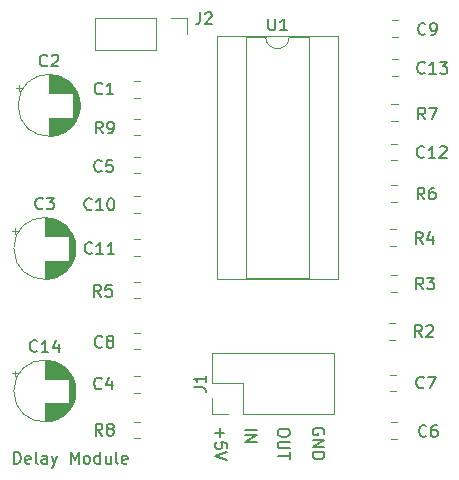
<source format=gto>
%TF.GenerationSoftware,KiCad,Pcbnew,(6.0.2)*%
%TF.CreationDate,2022-04-01T15:41:45-05:00*%
%TF.ProjectId,delayEffect,64656c61-7945-4666-9665-63742e6b6963,rev?*%
%TF.SameCoordinates,Original*%
%TF.FileFunction,Legend,Top*%
%TF.FilePolarity,Positive*%
%FSLAX46Y46*%
G04 Gerber Fmt 4.6, Leading zero omitted, Abs format (unit mm)*
G04 Created by KiCad (PCBNEW (6.0.2)) date 2022-04-01 15:41:45*
%MOMM*%
%LPD*%
G01*
G04 APERTURE LIST*
%ADD10C,0.150000*%
%ADD11C,0.120000*%
G04 APERTURE END LIST*
D10*
X110784285Y-100147380D02*
X110784285Y-99147380D01*
X111022380Y-99147380D01*
X111165238Y-99195000D01*
X111260476Y-99290238D01*
X111308095Y-99385476D01*
X111355714Y-99575952D01*
X111355714Y-99718809D01*
X111308095Y-99909285D01*
X111260476Y-100004523D01*
X111165238Y-100099761D01*
X111022380Y-100147380D01*
X110784285Y-100147380D01*
X112165238Y-100099761D02*
X112070000Y-100147380D01*
X111879523Y-100147380D01*
X111784285Y-100099761D01*
X111736666Y-100004523D01*
X111736666Y-99623571D01*
X111784285Y-99528333D01*
X111879523Y-99480714D01*
X112070000Y-99480714D01*
X112165238Y-99528333D01*
X112212857Y-99623571D01*
X112212857Y-99718809D01*
X111736666Y-99814047D01*
X112784285Y-100147380D02*
X112689047Y-100099761D01*
X112641428Y-100004523D01*
X112641428Y-99147380D01*
X113593809Y-100147380D02*
X113593809Y-99623571D01*
X113546190Y-99528333D01*
X113450952Y-99480714D01*
X113260476Y-99480714D01*
X113165238Y-99528333D01*
X113593809Y-100099761D02*
X113498571Y-100147380D01*
X113260476Y-100147380D01*
X113165238Y-100099761D01*
X113117619Y-100004523D01*
X113117619Y-99909285D01*
X113165238Y-99814047D01*
X113260476Y-99766428D01*
X113498571Y-99766428D01*
X113593809Y-99718809D01*
X113974761Y-99480714D02*
X114212857Y-100147380D01*
X114450952Y-99480714D02*
X114212857Y-100147380D01*
X114117619Y-100385476D01*
X114070000Y-100433095D01*
X113974761Y-100480714D01*
X115593809Y-100147380D02*
X115593809Y-99147380D01*
X115927142Y-99861666D01*
X116260476Y-99147380D01*
X116260476Y-100147380D01*
X116879523Y-100147380D02*
X116784285Y-100099761D01*
X116736666Y-100052142D01*
X116689047Y-99956904D01*
X116689047Y-99671190D01*
X116736666Y-99575952D01*
X116784285Y-99528333D01*
X116879523Y-99480714D01*
X117022380Y-99480714D01*
X117117619Y-99528333D01*
X117165238Y-99575952D01*
X117212857Y-99671190D01*
X117212857Y-99956904D01*
X117165238Y-100052142D01*
X117117619Y-100099761D01*
X117022380Y-100147380D01*
X116879523Y-100147380D01*
X118070000Y-100147380D02*
X118070000Y-99147380D01*
X118070000Y-100099761D02*
X117974761Y-100147380D01*
X117784285Y-100147380D01*
X117689047Y-100099761D01*
X117641428Y-100052142D01*
X117593809Y-99956904D01*
X117593809Y-99671190D01*
X117641428Y-99575952D01*
X117689047Y-99528333D01*
X117784285Y-99480714D01*
X117974761Y-99480714D01*
X118070000Y-99528333D01*
X118974761Y-99480714D02*
X118974761Y-100147380D01*
X118546190Y-99480714D02*
X118546190Y-100004523D01*
X118593809Y-100099761D01*
X118689047Y-100147380D01*
X118831904Y-100147380D01*
X118927142Y-100099761D01*
X118974761Y-100052142D01*
X119593809Y-100147380D02*
X119498571Y-100099761D01*
X119450952Y-100004523D01*
X119450952Y-99147380D01*
X120355714Y-100099761D02*
X120260476Y-100147380D01*
X120070000Y-100147380D01*
X119974761Y-100099761D01*
X119927142Y-100004523D01*
X119927142Y-99623571D01*
X119974761Y-99528333D01*
X120070000Y-99480714D01*
X120260476Y-99480714D01*
X120355714Y-99528333D01*
X120403333Y-99623571D01*
X120403333Y-99718809D01*
X119927142Y-99814047D01*
X137025000Y-97663095D02*
X137072619Y-97567857D01*
X137072619Y-97425000D01*
X137025000Y-97282142D01*
X136929761Y-97186904D01*
X136834523Y-97139285D01*
X136644047Y-97091666D01*
X136501190Y-97091666D01*
X136310714Y-97139285D01*
X136215476Y-97186904D01*
X136120238Y-97282142D01*
X136072619Y-97425000D01*
X136072619Y-97520238D01*
X136120238Y-97663095D01*
X136167857Y-97710714D01*
X136501190Y-97710714D01*
X136501190Y-97520238D01*
X136072619Y-98139285D02*
X137072619Y-98139285D01*
X136072619Y-98710714D01*
X137072619Y-98710714D01*
X136072619Y-99186904D02*
X137072619Y-99186904D01*
X137072619Y-99425000D01*
X137025000Y-99567857D01*
X136929761Y-99663095D01*
X136834523Y-99710714D01*
X136644047Y-99758333D01*
X136501190Y-99758333D01*
X136310714Y-99710714D01*
X136215476Y-99663095D01*
X136120238Y-99567857D01*
X136072619Y-99425000D01*
X136072619Y-99186904D01*
X134126219Y-97425000D02*
X134126219Y-97615476D01*
X134078600Y-97710714D01*
X133983361Y-97805952D01*
X133792885Y-97853571D01*
X133459552Y-97853571D01*
X133269076Y-97805952D01*
X133173838Y-97710714D01*
X133126219Y-97615476D01*
X133126219Y-97425000D01*
X133173838Y-97329761D01*
X133269076Y-97234523D01*
X133459552Y-97186904D01*
X133792885Y-97186904D01*
X133983361Y-97234523D01*
X134078600Y-97329761D01*
X134126219Y-97425000D01*
X134126219Y-98282142D02*
X133316695Y-98282142D01*
X133221457Y-98329761D01*
X133173838Y-98377380D01*
X133126219Y-98472619D01*
X133126219Y-98663095D01*
X133173838Y-98758333D01*
X133221457Y-98805952D01*
X133316695Y-98853571D01*
X134126219Y-98853571D01*
X134126219Y-99186904D02*
X134126219Y-99758333D01*
X133126219Y-99472619D02*
X134126219Y-99472619D01*
X130357619Y-97266190D02*
X131357619Y-97266190D01*
X130357619Y-97742380D02*
X131357619Y-97742380D01*
X130357619Y-98313809D01*
X131357619Y-98313809D01*
X128198571Y-97139285D02*
X128198571Y-97901190D01*
X127817619Y-97520238D02*
X128579523Y-97520238D01*
X128817619Y-98853571D02*
X128817619Y-98377380D01*
X128341428Y-98329761D01*
X128389047Y-98377380D01*
X128436666Y-98472619D01*
X128436666Y-98710714D01*
X128389047Y-98805952D01*
X128341428Y-98853571D01*
X128246190Y-98901190D01*
X128008095Y-98901190D01*
X127912857Y-98853571D01*
X127865238Y-98805952D01*
X127817619Y-98710714D01*
X127817619Y-98472619D01*
X127865238Y-98377380D01*
X127912857Y-98329761D01*
X128817619Y-99186904D02*
X127817619Y-99520238D01*
X128817619Y-99853571D01*
%TO.C,J1*%
X126027380Y-93678333D02*
X126741666Y-93678333D01*
X126884523Y-93725952D01*
X126979761Y-93821190D01*
X127027380Y-93964047D01*
X127027380Y-94059285D01*
X127027380Y-92678333D02*
X127027380Y-93249761D01*
X127027380Y-92964047D02*
X126027380Y-92964047D01*
X126170238Y-93059285D01*
X126265476Y-93154523D01*
X126313095Y-93249761D01*
%TO.C,C1*%
X118250433Y-68784742D02*
X118202814Y-68832361D01*
X118059957Y-68879980D01*
X117964719Y-68879980D01*
X117821861Y-68832361D01*
X117726623Y-68737123D01*
X117679004Y-68641885D01*
X117631385Y-68451409D01*
X117631385Y-68308552D01*
X117679004Y-68118076D01*
X117726623Y-68022838D01*
X117821861Y-67927600D01*
X117964719Y-67879980D01*
X118059957Y-67879980D01*
X118202814Y-67927600D01*
X118250433Y-67975219D01*
X119202814Y-68879980D02*
X118631385Y-68879980D01*
X118917100Y-68879980D02*
X118917100Y-67879980D01*
X118821861Y-68022838D01*
X118726623Y-68118076D01*
X118631385Y-68165695D01*
%TO.C,C2*%
X113590533Y-66406342D02*
X113542914Y-66453961D01*
X113400057Y-66501580D01*
X113304819Y-66501580D01*
X113161961Y-66453961D01*
X113066723Y-66358723D01*
X113019104Y-66263485D01*
X112971485Y-66073009D01*
X112971485Y-65930152D01*
X113019104Y-65739676D01*
X113066723Y-65644438D01*
X113161961Y-65549200D01*
X113304819Y-65501580D01*
X113400057Y-65501580D01*
X113542914Y-65549200D01*
X113590533Y-65596819D01*
X113971485Y-65596819D02*
X114019104Y-65549200D01*
X114114342Y-65501580D01*
X114352438Y-65501580D01*
X114447676Y-65549200D01*
X114495295Y-65596819D01*
X114542914Y-65692057D01*
X114542914Y-65787295D01*
X114495295Y-65930152D01*
X113923866Y-66501580D01*
X114542914Y-66501580D01*
%TO.C,C3*%
X113228333Y-78522142D02*
X113180714Y-78569761D01*
X113037857Y-78617380D01*
X112942619Y-78617380D01*
X112799761Y-78569761D01*
X112704523Y-78474523D01*
X112656904Y-78379285D01*
X112609285Y-78188809D01*
X112609285Y-78045952D01*
X112656904Y-77855476D01*
X112704523Y-77760238D01*
X112799761Y-77665000D01*
X112942619Y-77617380D01*
X113037857Y-77617380D01*
X113180714Y-77665000D01*
X113228333Y-77712619D01*
X113561666Y-77617380D02*
X114180714Y-77617380D01*
X113847380Y-77998333D01*
X113990238Y-77998333D01*
X114085476Y-78045952D01*
X114133095Y-78093571D01*
X114180714Y-78188809D01*
X114180714Y-78426904D01*
X114133095Y-78522142D01*
X114085476Y-78569761D01*
X113990238Y-78617380D01*
X113704523Y-78617380D01*
X113609285Y-78569761D01*
X113561666Y-78522142D01*
%TO.C,C4*%
X118199633Y-93752942D02*
X118152014Y-93800561D01*
X118009157Y-93848180D01*
X117913919Y-93848180D01*
X117771061Y-93800561D01*
X117675823Y-93705323D01*
X117628204Y-93610085D01*
X117580585Y-93419609D01*
X117580585Y-93276752D01*
X117628204Y-93086276D01*
X117675823Y-92991038D01*
X117771061Y-92895800D01*
X117913919Y-92848180D01*
X118009157Y-92848180D01*
X118152014Y-92895800D01*
X118199633Y-92943419D01*
X119056776Y-93181514D02*
X119056776Y-93848180D01*
X118818680Y-92800561D02*
X118580585Y-93514847D01*
X119199633Y-93514847D01*
%TO.C,C5*%
X118201332Y-75353541D02*
X118153713Y-75401160D01*
X118010856Y-75448779D01*
X117915618Y-75448779D01*
X117772760Y-75401160D01*
X117677522Y-75305922D01*
X117629903Y-75210684D01*
X117582284Y-75020208D01*
X117582284Y-74877351D01*
X117629903Y-74686875D01*
X117677522Y-74591637D01*
X117772760Y-74496399D01*
X117915618Y-74448779D01*
X118010856Y-74448779D01*
X118153713Y-74496399D01*
X118201332Y-74544018D01*
X119106094Y-74448779D02*
X118629903Y-74448779D01*
X118582284Y-74924970D01*
X118629903Y-74877351D01*
X118725141Y-74829732D01*
X118963237Y-74829732D01*
X119058475Y-74877351D01*
X119106094Y-74924970D01*
X119153713Y-75020208D01*
X119153713Y-75258303D01*
X119106094Y-75353541D01*
X119058475Y-75401160D01*
X118963237Y-75448779D01*
X118725141Y-75448779D01*
X118629903Y-75401160D01*
X118582284Y-75353541D01*
%TO.C,C6*%
X145705533Y-97791542D02*
X145657914Y-97839161D01*
X145515057Y-97886780D01*
X145419819Y-97886780D01*
X145276961Y-97839161D01*
X145181723Y-97743923D01*
X145134104Y-97648685D01*
X145086485Y-97458209D01*
X145086485Y-97315352D01*
X145134104Y-97124876D01*
X145181723Y-97029638D01*
X145276961Y-96934400D01*
X145419819Y-96886780D01*
X145515057Y-96886780D01*
X145657914Y-96934400D01*
X145705533Y-96982019D01*
X146562676Y-96886780D02*
X146372200Y-96886780D01*
X146276961Y-96934400D01*
X146229342Y-96982019D01*
X146134104Y-97124876D01*
X146086485Y-97315352D01*
X146086485Y-97696304D01*
X146134104Y-97791542D01*
X146181723Y-97839161D01*
X146276961Y-97886780D01*
X146467438Y-97886780D01*
X146562676Y-97839161D01*
X146610295Y-97791542D01*
X146657914Y-97696304D01*
X146657914Y-97458209D01*
X146610295Y-97362971D01*
X146562676Y-97315352D01*
X146467438Y-97267733D01*
X146276961Y-97267733D01*
X146181723Y-97315352D01*
X146134104Y-97362971D01*
X146086485Y-97458209D01*
%TO.C,C7*%
X145476933Y-93676742D02*
X145429314Y-93724361D01*
X145286457Y-93771980D01*
X145191219Y-93771980D01*
X145048361Y-93724361D01*
X144953123Y-93629123D01*
X144905504Y-93533885D01*
X144857885Y-93343409D01*
X144857885Y-93200552D01*
X144905504Y-93010076D01*
X144953123Y-92914838D01*
X145048361Y-92819600D01*
X145191219Y-92771980D01*
X145286457Y-92771980D01*
X145429314Y-92819600D01*
X145476933Y-92867219D01*
X145810266Y-92771980D02*
X146476933Y-92771980D01*
X146048361Y-93771980D01*
%TO.C,C8*%
X118250433Y-90222342D02*
X118202814Y-90269961D01*
X118059957Y-90317580D01*
X117964719Y-90317580D01*
X117821861Y-90269961D01*
X117726623Y-90174723D01*
X117679004Y-90079485D01*
X117631385Y-89889009D01*
X117631385Y-89746152D01*
X117679004Y-89555676D01*
X117726623Y-89460438D01*
X117821861Y-89365200D01*
X117964719Y-89317580D01*
X118059957Y-89317580D01*
X118202814Y-89365200D01*
X118250433Y-89412819D01*
X118821861Y-89746152D02*
X118726623Y-89698533D01*
X118679004Y-89650914D01*
X118631385Y-89555676D01*
X118631385Y-89508057D01*
X118679004Y-89412819D01*
X118726623Y-89365200D01*
X118821861Y-89317580D01*
X119012338Y-89317580D01*
X119107576Y-89365200D01*
X119155195Y-89412819D01*
X119202814Y-89508057D01*
X119202814Y-89555676D01*
X119155195Y-89650914D01*
X119107576Y-89698533D01*
X119012338Y-89746152D01*
X118821861Y-89746152D01*
X118726623Y-89793771D01*
X118679004Y-89841390D01*
X118631385Y-89936628D01*
X118631385Y-90127104D01*
X118679004Y-90222342D01*
X118726623Y-90269961D01*
X118821861Y-90317580D01*
X119012338Y-90317580D01*
X119107576Y-90269961D01*
X119155195Y-90222342D01*
X119202814Y-90127104D01*
X119202814Y-89936628D01*
X119155195Y-89841390D01*
X119107576Y-89793771D01*
X119012338Y-89746152D01*
%TO.C,C9*%
X145629333Y-63755542D02*
X145581714Y-63803161D01*
X145438857Y-63850780D01*
X145343619Y-63850780D01*
X145200761Y-63803161D01*
X145105523Y-63707923D01*
X145057904Y-63612685D01*
X145010285Y-63422209D01*
X145010285Y-63279352D01*
X145057904Y-63088876D01*
X145105523Y-62993638D01*
X145200761Y-62898400D01*
X145343619Y-62850780D01*
X145438857Y-62850780D01*
X145581714Y-62898400D01*
X145629333Y-62946019D01*
X146105523Y-63850780D02*
X146296000Y-63850780D01*
X146391238Y-63803161D01*
X146438857Y-63755542D01*
X146534095Y-63612685D01*
X146581714Y-63422209D01*
X146581714Y-63041257D01*
X146534095Y-62946019D01*
X146486476Y-62898400D01*
X146391238Y-62850780D01*
X146200761Y-62850780D01*
X146105523Y-62898400D01*
X146057904Y-62946019D01*
X146010285Y-63041257D01*
X146010285Y-63279352D01*
X146057904Y-63374590D01*
X146105523Y-63422209D01*
X146200761Y-63469828D01*
X146391238Y-63469828D01*
X146486476Y-63422209D01*
X146534095Y-63374590D01*
X146581714Y-63279352D01*
%TO.C,C10*%
X117369541Y-78575741D02*
X117321922Y-78623360D01*
X117179065Y-78670979D01*
X117083827Y-78670979D01*
X116940970Y-78623360D01*
X116845732Y-78528122D01*
X116798113Y-78432884D01*
X116750494Y-78242408D01*
X116750494Y-78099551D01*
X116798113Y-77909075D01*
X116845732Y-77813837D01*
X116940970Y-77718599D01*
X117083827Y-77670979D01*
X117179065Y-77670979D01*
X117321922Y-77718599D01*
X117369541Y-77766218D01*
X118321922Y-78670979D02*
X117750494Y-78670979D01*
X118036208Y-78670979D02*
X118036208Y-77670979D01*
X117940970Y-77813837D01*
X117845732Y-77909075D01*
X117750494Y-77956694D01*
X118940970Y-77670979D02*
X119036208Y-77670979D01*
X119131446Y-77718599D01*
X119179065Y-77766218D01*
X119226684Y-77861456D01*
X119274303Y-78051932D01*
X119274303Y-78290027D01*
X119226684Y-78480503D01*
X119179065Y-78575741D01*
X119131446Y-78623360D01*
X119036208Y-78670979D01*
X118940970Y-78670979D01*
X118845732Y-78623360D01*
X118798113Y-78575741D01*
X118750494Y-78480503D01*
X118702875Y-78290027D01*
X118702875Y-78051932D01*
X118750494Y-77861456D01*
X118798113Y-77766218D01*
X118845732Y-77718599D01*
X118940970Y-77670979D01*
%TO.C,C11*%
X117390942Y-82297542D02*
X117343323Y-82345161D01*
X117200466Y-82392780D01*
X117105228Y-82392780D01*
X116962371Y-82345161D01*
X116867133Y-82249923D01*
X116819514Y-82154685D01*
X116771895Y-81964209D01*
X116771895Y-81821352D01*
X116819514Y-81630876D01*
X116867133Y-81535638D01*
X116962371Y-81440400D01*
X117105228Y-81392780D01*
X117200466Y-81392780D01*
X117343323Y-81440400D01*
X117390942Y-81488019D01*
X118343323Y-82392780D02*
X117771895Y-82392780D01*
X118057609Y-82392780D02*
X118057609Y-81392780D01*
X117962371Y-81535638D01*
X117867133Y-81630876D01*
X117771895Y-81678495D01*
X119295704Y-82392780D02*
X118724276Y-82392780D01*
X119009990Y-82392780D02*
X119009990Y-81392780D01*
X118914752Y-81535638D01*
X118819514Y-81630876D01*
X118724276Y-81678495D01*
%TO.C,C12*%
X145511042Y-74169542D02*
X145463423Y-74217161D01*
X145320566Y-74264780D01*
X145225328Y-74264780D01*
X145082471Y-74217161D01*
X144987233Y-74121923D01*
X144939614Y-74026685D01*
X144891995Y-73836209D01*
X144891995Y-73693352D01*
X144939614Y-73502876D01*
X144987233Y-73407638D01*
X145082471Y-73312400D01*
X145225328Y-73264780D01*
X145320566Y-73264780D01*
X145463423Y-73312400D01*
X145511042Y-73360019D01*
X146463423Y-74264780D02*
X145891995Y-74264780D01*
X146177709Y-74264780D02*
X146177709Y-73264780D01*
X146082471Y-73407638D01*
X145987233Y-73502876D01*
X145891995Y-73550495D01*
X146844376Y-73360019D02*
X146891995Y-73312400D01*
X146987233Y-73264780D01*
X147225328Y-73264780D01*
X147320566Y-73312400D01*
X147368185Y-73360019D01*
X147415804Y-73455257D01*
X147415804Y-73550495D01*
X147368185Y-73693352D01*
X146796757Y-74264780D01*
X147415804Y-74264780D01*
%TO.C,C13*%
X145559542Y-67032142D02*
X145511923Y-67079761D01*
X145369066Y-67127380D01*
X145273828Y-67127380D01*
X145130971Y-67079761D01*
X145035733Y-66984523D01*
X144988114Y-66889285D01*
X144940495Y-66698809D01*
X144940495Y-66555952D01*
X144988114Y-66365476D01*
X145035733Y-66270238D01*
X145130971Y-66175000D01*
X145273828Y-66127380D01*
X145369066Y-66127380D01*
X145511923Y-66175000D01*
X145559542Y-66222619D01*
X146511923Y-67127380D02*
X145940495Y-67127380D01*
X146226209Y-67127380D02*
X146226209Y-66127380D01*
X146130971Y-66270238D01*
X146035733Y-66365476D01*
X145940495Y-66413095D01*
X146845257Y-66127380D02*
X147464304Y-66127380D01*
X147130971Y-66508333D01*
X147273828Y-66508333D01*
X147369066Y-66555952D01*
X147416685Y-66603571D01*
X147464304Y-66698809D01*
X147464304Y-66936904D01*
X147416685Y-67032142D01*
X147369066Y-67079761D01*
X147273828Y-67127380D01*
X146988114Y-67127380D01*
X146892876Y-67079761D01*
X146845257Y-67032142D01*
%TO.C,C14*%
X112752142Y-90587142D02*
X112704523Y-90634761D01*
X112561666Y-90682380D01*
X112466428Y-90682380D01*
X112323571Y-90634761D01*
X112228333Y-90539523D01*
X112180714Y-90444285D01*
X112133095Y-90253809D01*
X112133095Y-90110952D01*
X112180714Y-89920476D01*
X112228333Y-89825238D01*
X112323571Y-89730000D01*
X112466428Y-89682380D01*
X112561666Y-89682380D01*
X112704523Y-89730000D01*
X112752142Y-89777619D01*
X113704523Y-90682380D02*
X113133095Y-90682380D01*
X113418809Y-90682380D02*
X113418809Y-89682380D01*
X113323571Y-89825238D01*
X113228333Y-89920476D01*
X113133095Y-89968095D01*
X114561666Y-90015714D02*
X114561666Y-90682380D01*
X114323571Y-89634761D02*
X114085476Y-90349047D01*
X114704523Y-90349047D01*
%TO.C,R2*%
X145324533Y-89403180D02*
X144991200Y-88926990D01*
X144753104Y-89403180D02*
X144753104Y-88403180D01*
X145134057Y-88403180D01*
X145229295Y-88450800D01*
X145276914Y-88498419D01*
X145324533Y-88593657D01*
X145324533Y-88736514D01*
X145276914Y-88831752D01*
X145229295Y-88879371D01*
X145134057Y-88926990D01*
X144753104Y-88926990D01*
X145705485Y-88498419D02*
X145753104Y-88450800D01*
X145848342Y-88403180D01*
X146086438Y-88403180D01*
X146181676Y-88450800D01*
X146229295Y-88498419D01*
X146276914Y-88593657D01*
X146276914Y-88688895D01*
X146229295Y-88831752D01*
X145657866Y-89403180D01*
X146276914Y-89403180D01*
%TO.C,R3*%
X145430733Y-85389980D02*
X145097400Y-84913790D01*
X144859304Y-85389980D02*
X144859304Y-84389980D01*
X145240257Y-84389980D01*
X145335495Y-84437600D01*
X145383114Y-84485219D01*
X145430733Y-84580457D01*
X145430733Y-84723314D01*
X145383114Y-84818552D01*
X145335495Y-84866171D01*
X145240257Y-84913790D01*
X144859304Y-84913790D01*
X145764066Y-84389980D02*
X146383114Y-84389980D01*
X146049780Y-84770933D01*
X146192638Y-84770933D01*
X146287876Y-84818552D01*
X146335495Y-84866171D01*
X146383114Y-84961409D01*
X146383114Y-85199504D01*
X146335495Y-85294742D01*
X146287876Y-85342361D01*
X146192638Y-85389980D01*
X145906923Y-85389980D01*
X145811685Y-85342361D01*
X145764066Y-85294742D01*
%TO.C,R4*%
X145379933Y-81529180D02*
X145046600Y-81052990D01*
X144808504Y-81529180D02*
X144808504Y-80529180D01*
X145189457Y-80529180D01*
X145284695Y-80576800D01*
X145332314Y-80624419D01*
X145379933Y-80719657D01*
X145379933Y-80862514D01*
X145332314Y-80957752D01*
X145284695Y-81005371D01*
X145189457Y-81052990D01*
X144808504Y-81052990D01*
X146237076Y-80862514D02*
X146237076Y-81529180D01*
X145998980Y-80481561D02*
X145760885Y-81195847D01*
X146379933Y-81195847D01*
%TO.C,R5*%
X118144233Y-85999580D02*
X117810900Y-85523390D01*
X117572804Y-85999580D02*
X117572804Y-84999580D01*
X117953757Y-84999580D01*
X118048995Y-85047200D01*
X118096614Y-85094819D01*
X118144233Y-85190057D01*
X118144233Y-85332914D01*
X118096614Y-85428152D01*
X118048995Y-85475771D01*
X117953757Y-85523390D01*
X117572804Y-85523390D01*
X119048995Y-84999580D02*
X118572804Y-84999580D01*
X118525185Y-85475771D01*
X118572804Y-85428152D01*
X118668042Y-85380533D01*
X118906138Y-85380533D01*
X119001376Y-85428152D01*
X119048995Y-85475771D01*
X119096614Y-85571009D01*
X119096614Y-85809104D01*
X119048995Y-85904342D01*
X119001376Y-85951961D01*
X118906138Y-85999580D01*
X118668042Y-85999580D01*
X118572804Y-85951961D01*
X118525185Y-85904342D01*
%TO.C,R6*%
X145532333Y-77769980D02*
X145199000Y-77293790D01*
X144960904Y-77769980D02*
X144960904Y-76769980D01*
X145341857Y-76769980D01*
X145437095Y-76817600D01*
X145484714Y-76865219D01*
X145532333Y-76960457D01*
X145532333Y-77103314D01*
X145484714Y-77198552D01*
X145437095Y-77246171D01*
X145341857Y-77293790D01*
X144960904Y-77293790D01*
X146389476Y-76769980D02*
X146199000Y-76769980D01*
X146103761Y-76817600D01*
X146056142Y-76865219D01*
X145960904Y-77008076D01*
X145913285Y-77198552D01*
X145913285Y-77579504D01*
X145960904Y-77674742D01*
X146008523Y-77722361D01*
X146103761Y-77769980D01*
X146294238Y-77769980D01*
X146389476Y-77722361D01*
X146437095Y-77674742D01*
X146484714Y-77579504D01*
X146484714Y-77341409D01*
X146437095Y-77246171D01*
X146389476Y-77198552D01*
X146294238Y-77150933D01*
X146103761Y-77150933D01*
X146008523Y-77198552D01*
X145960904Y-77246171D01*
X145913285Y-77341409D01*
%TO.C,R7*%
X145608533Y-70988180D02*
X145275200Y-70511990D01*
X145037104Y-70988180D02*
X145037104Y-69988180D01*
X145418057Y-69988180D01*
X145513295Y-70035800D01*
X145560914Y-70083419D01*
X145608533Y-70178657D01*
X145608533Y-70321514D01*
X145560914Y-70416752D01*
X145513295Y-70464371D01*
X145418057Y-70511990D01*
X145037104Y-70511990D01*
X145941866Y-69988180D02*
X146608533Y-69988180D01*
X146179961Y-70988180D01*
%TO.C,R8*%
X118273533Y-97759780D02*
X117940200Y-97283590D01*
X117702104Y-97759780D02*
X117702104Y-96759780D01*
X118083057Y-96759780D01*
X118178295Y-96807400D01*
X118225914Y-96855019D01*
X118273533Y-96950257D01*
X118273533Y-97093114D01*
X118225914Y-97188352D01*
X118178295Y-97235971D01*
X118083057Y-97283590D01*
X117702104Y-97283590D01*
X118844961Y-97188352D02*
X118749723Y-97140733D01*
X118702104Y-97093114D01*
X118654485Y-96997876D01*
X118654485Y-96950257D01*
X118702104Y-96855019D01*
X118749723Y-96807400D01*
X118844961Y-96759780D01*
X119035438Y-96759780D01*
X119130676Y-96807400D01*
X119178295Y-96855019D01*
X119225914Y-96950257D01*
X119225914Y-96997876D01*
X119178295Y-97093114D01*
X119130676Y-97140733D01*
X119035438Y-97188352D01*
X118844961Y-97188352D01*
X118749723Y-97235971D01*
X118702104Y-97283590D01*
X118654485Y-97378828D01*
X118654485Y-97569304D01*
X118702104Y-97664542D01*
X118749723Y-97712161D01*
X118844961Y-97759780D01*
X119035438Y-97759780D01*
X119130676Y-97712161D01*
X119178295Y-97664542D01*
X119225914Y-97569304D01*
X119225914Y-97378828D01*
X119178295Y-97283590D01*
X119130676Y-97235971D01*
X119035438Y-97188352D01*
%TO.C,R9*%
X118296633Y-72181980D02*
X117963300Y-71705790D01*
X117725204Y-72181980D02*
X117725204Y-71181980D01*
X118106157Y-71181980D01*
X118201395Y-71229600D01*
X118249014Y-71277219D01*
X118296633Y-71372457D01*
X118296633Y-71515314D01*
X118249014Y-71610552D01*
X118201395Y-71658171D01*
X118106157Y-71705790D01*
X117725204Y-71705790D01*
X118772823Y-72181980D02*
X118963300Y-72181980D01*
X119058538Y-72134361D01*
X119106157Y-72086742D01*
X119201395Y-71943885D01*
X119249014Y-71753409D01*
X119249014Y-71372457D01*
X119201395Y-71277219D01*
X119153776Y-71229600D01*
X119058538Y-71181980D01*
X118868061Y-71181980D01*
X118772823Y-71229600D01*
X118725204Y-71277219D01*
X118677585Y-71372457D01*
X118677585Y-71610552D01*
X118725204Y-71705790D01*
X118772823Y-71753409D01*
X118868061Y-71801028D01*
X119058538Y-71801028D01*
X119153776Y-71753409D01*
X119201395Y-71705790D01*
X119249014Y-71610552D01*
%TO.C,U1*%
X132334296Y-62450581D02*
X132334296Y-63260105D01*
X132381915Y-63355343D01*
X132429534Y-63402962D01*
X132524772Y-63450581D01*
X132715248Y-63450581D01*
X132810486Y-63402962D01*
X132858105Y-63355343D01*
X132905724Y-63260105D01*
X132905724Y-62450581D01*
X133905724Y-63450581D02*
X133334296Y-63450581D01*
X133620010Y-63450581D02*
X133620010Y-62450581D01*
X133524772Y-62593439D01*
X133429534Y-62688677D01*
X133334296Y-62736296D01*
%TO.C,J2*%
X126539666Y-61936380D02*
X126539666Y-62650666D01*
X126492047Y-62793523D01*
X126396809Y-62888761D01*
X126253952Y-62936380D01*
X126158714Y-62936380D01*
X126968238Y-62031619D02*
X127015857Y-61984000D01*
X127111095Y-61936380D01*
X127349190Y-61936380D01*
X127444428Y-61984000D01*
X127492047Y-62031619D01*
X127539666Y-62126857D01*
X127539666Y-62222095D01*
X127492047Y-62364952D01*
X126920619Y-62936380D01*
X127539666Y-62936380D01*
D11*
%TO.C,J1*%
X127575000Y-95945000D02*
X127575000Y-94615000D01*
X128905000Y-95945000D02*
X127575000Y-95945000D01*
X127575000Y-93345000D02*
X127575000Y-90745000D01*
X130175000Y-93345000D02*
X127575000Y-93345000D01*
X130175000Y-95945000D02*
X130175000Y-93345000D01*
X127575000Y-90745000D02*
X137855000Y-90745000D01*
X130175000Y-95945000D02*
X137855000Y-95945000D01*
X137855000Y-95945000D02*
X137855000Y-90745000D01*
%TO.C,C1*%
X121441978Y-69188400D02*
X120924822Y-69188400D01*
X121441978Y-67768400D02*
X120924822Y-67768400D01*
%TO.C,C2*%
X116377200Y-69799200D02*
G75*
G03*
X116377200Y-69799200I-2620000J0D01*
G01*
X113757200Y-70839200D02*
X113757200Y-72379200D01*
X113757200Y-67219200D02*
X113757200Y-68759200D01*
X113797200Y-70839200D02*
X113797200Y-72379200D01*
X113797200Y-67219200D02*
X113797200Y-68759200D01*
X113837200Y-67220200D02*
X113837200Y-68759200D01*
X113837200Y-70839200D02*
X113837200Y-72378200D01*
X113877200Y-67221200D02*
X113877200Y-68759200D01*
X113877200Y-70839200D02*
X113877200Y-72377200D01*
X113917200Y-67223200D02*
X113917200Y-68759200D01*
X113917200Y-70839200D02*
X113917200Y-72375200D01*
X113957200Y-67226200D02*
X113957200Y-68759200D01*
X113957200Y-70839200D02*
X113957200Y-72372200D01*
X113997200Y-67230200D02*
X113997200Y-68759200D01*
X113997200Y-70839200D02*
X113997200Y-72368200D01*
X114037200Y-67234200D02*
X114037200Y-68759200D01*
X114037200Y-70839200D02*
X114037200Y-72364200D01*
X114077200Y-67238200D02*
X114077200Y-68759200D01*
X114077200Y-70839200D02*
X114077200Y-72360200D01*
X114117200Y-67243200D02*
X114117200Y-68759200D01*
X114117200Y-70839200D02*
X114117200Y-72355200D01*
X114157200Y-67249200D02*
X114157200Y-68759200D01*
X114157200Y-70839200D02*
X114157200Y-72349200D01*
X114197200Y-67256200D02*
X114197200Y-68759200D01*
X114197200Y-70839200D02*
X114197200Y-72342200D01*
X114237200Y-67263200D02*
X114237200Y-68759200D01*
X114237200Y-70839200D02*
X114237200Y-72335200D01*
X114277200Y-67271200D02*
X114277200Y-68759200D01*
X114277200Y-70839200D02*
X114277200Y-72327200D01*
X114317200Y-67279200D02*
X114317200Y-68759200D01*
X114317200Y-70839200D02*
X114317200Y-72319200D01*
X114357200Y-67288200D02*
X114357200Y-68759200D01*
X114357200Y-70839200D02*
X114357200Y-72310200D01*
X114397200Y-67298200D02*
X114397200Y-68759200D01*
X114397200Y-70839200D02*
X114397200Y-72300200D01*
X114437200Y-67308200D02*
X114437200Y-68759200D01*
X114437200Y-70839200D02*
X114437200Y-72290200D01*
X114478200Y-67319200D02*
X114478200Y-68759200D01*
X114478200Y-70839200D02*
X114478200Y-72279200D01*
X114518200Y-67331200D02*
X114518200Y-68759200D01*
X114518200Y-70839200D02*
X114518200Y-72267200D01*
X114558200Y-67344200D02*
X114558200Y-68759200D01*
X114558200Y-70839200D02*
X114558200Y-72254200D01*
X114598200Y-67357200D02*
X114598200Y-68759200D01*
X114598200Y-70839200D02*
X114598200Y-72241200D01*
X114638200Y-67371200D02*
X114638200Y-68759200D01*
X114638200Y-70839200D02*
X114638200Y-72227200D01*
X114678200Y-67385200D02*
X114678200Y-68759200D01*
X114678200Y-70839200D02*
X114678200Y-72213200D01*
X114718200Y-67401200D02*
X114718200Y-68759200D01*
X114718200Y-70839200D02*
X114718200Y-72197200D01*
X114758200Y-67417200D02*
X114758200Y-68759200D01*
X114758200Y-70839200D02*
X114758200Y-72181200D01*
X114798200Y-67434200D02*
X114798200Y-68759200D01*
X114798200Y-70839200D02*
X114798200Y-72164200D01*
X114838200Y-67451200D02*
X114838200Y-68759200D01*
X114838200Y-70839200D02*
X114838200Y-72147200D01*
X114878200Y-67470200D02*
X114878200Y-68759200D01*
X114878200Y-70839200D02*
X114878200Y-72128200D01*
X114918200Y-67489200D02*
X114918200Y-68759200D01*
X114918200Y-70839200D02*
X114918200Y-72109200D01*
X114958200Y-67509200D02*
X114958200Y-68759200D01*
X114958200Y-70839200D02*
X114958200Y-72089200D01*
X114998200Y-67531200D02*
X114998200Y-68759200D01*
X114998200Y-70839200D02*
X114998200Y-72067200D01*
X115038200Y-67552200D02*
X115038200Y-68759200D01*
X115038200Y-70839200D02*
X115038200Y-72046200D01*
X115078200Y-67575200D02*
X115078200Y-68759200D01*
X115078200Y-70839200D02*
X115078200Y-72023200D01*
X115118200Y-67599200D02*
X115118200Y-68759200D01*
X115118200Y-70839200D02*
X115118200Y-71999200D01*
X115158200Y-67624200D02*
X115158200Y-68759200D01*
X115158200Y-70839200D02*
X115158200Y-71974200D01*
X115198200Y-67650200D02*
X115198200Y-68759200D01*
X115198200Y-70839200D02*
X115198200Y-71948200D01*
X115238200Y-67677200D02*
X115238200Y-68759200D01*
X115238200Y-70839200D02*
X115238200Y-71921200D01*
X115278200Y-67704200D02*
X115278200Y-68759200D01*
X115278200Y-70839200D02*
X115278200Y-71894200D01*
X115318200Y-67734200D02*
X115318200Y-68759200D01*
X115318200Y-70839200D02*
X115318200Y-71864200D01*
X115358200Y-67764200D02*
X115358200Y-68759200D01*
X115358200Y-70839200D02*
X115358200Y-71834200D01*
X115398200Y-67795200D02*
X115398200Y-68759200D01*
X115398200Y-70839200D02*
X115398200Y-71803200D01*
X115438200Y-67828200D02*
X115438200Y-68759200D01*
X115438200Y-70839200D02*
X115438200Y-71770200D01*
X115478200Y-67862200D02*
X115478200Y-68759200D01*
X115478200Y-70839200D02*
X115478200Y-71736200D01*
X115518200Y-67898200D02*
X115518200Y-68759200D01*
X115518200Y-70839200D02*
X115518200Y-71700200D01*
X115558200Y-67935200D02*
X115558200Y-68759200D01*
X115558200Y-70839200D02*
X115558200Y-71663200D01*
X115598200Y-67973200D02*
X115598200Y-68759200D01*
X115598200Y-70839200D02*
X115598200Y-71625200D01*
X115638200Y-68014200D02*
X115638200Y-68759200D01*
X115638200Y-70839200D02*
X115638200Y-71584200D01*
X115678200Y-68056200D02*
X115678200Y-68759200D01*
X115678200Y-70839200D02*
X115678200Y-71542200D01*
X115718200Y-68100200D02*
X115718200Y-68759200D01*
X115718200Y-70839200D02*
X115718200Y-71498200D01*
X115758200Y-68146200D02*
X115758200Y-68759200D01*
X115758200Y-70839200D02*
X115758200Y-71452200D01*
X115798200Y-68194200D02*
X115798200Y-71404200D01*
X115838200Y-68245200D02*
X115838200Y-71353200D01*
X115878200Y-68299200D02*
X115878200Y-71299200D01*
X115918200Y-68356200D02*
X115918200Y-71242200D01*
X115958200Y-68416200D02*
X115958200Y-71182200D01*
X115998200Y-68480200D02*
X115998200Y-71118200D01*
X116038200Y-68548200D02*
X116038200Y-71050200D01*
X116078200Y-68621200D02*
X116078200Y-70977200D01*
X116118200Y-68701200D02*
X116118200Y-70897200D01*
X116158200Y-68788200D02*
X116158200Y-70810200D01*
X116198200Y-68884200D02*
X116198200Y-70714200D01*
X116238200Y-68994200D02*
X116238200Y-70604200D01*
X116278200Y-69122200D02*
X116278200Y-70476200D01*
X116318200Y-69281200D02*
X116318200Y-70317200D01*
X116358200Y-69515200D02*
X116358200Y-70083200D01*
X110952425Y-68324200D02*
X111452425Y-68324200D01*
X111202425Y-68074200D02*
X111202425Y-68574200D01*
%TO.C,C3*%
X110840225Y-80190000D02*
X110840225Y-80690000D01*
X110590225Y-80440000D02*
X111090225Y-80440000D01*
X115996000Y-81631000D02*
X115996000Y-82199000D01*
X115956000Y-81397000D02*
X115956000Y-82433000D01*
X115916000Y-81238000D02*
X115916000Y-82592000D01*
X115876000Y-81110000D02*
X115876000Y-82720000D01*
X115836000Y-81000000D02*
X115836000Y-82830000D01*
X115796000Y-80904000D02*
X115796000Y-82926000D01*
X115756000Y-80817000D02*
X115756000Y-83013000D01*
X115716000Y-80737000D02*
X115716000Y-83093000D01*
X115676000Y-80664000D02*
X115676000Y-83166000D01*
X115636000Y-80596000D02*
X115636000Y-83234000D01*
X115596000Y-80532000D02*
X115596000Y-83298000D01*
X115556000Y-80472000D02*
X115556000Y-83358000D01*
X115516000Y-80415000D02*
X115516000Y-83415000D01*
X115476000Y-80361000D02*
X115476000Y-83469000D01*
X115436000Y-80310000D02*
X115436000Y-83520000D01*
X115396000Y-82955000D02*
X115396000Y-83568000D01*
X115396000Y-80262000D02*
X115396000Y-80875000D01*
X115356000Y-82955000D02*
X115356000Y-83614000D01*
X115356000Y-80216000D02*
X115356000Y-80875000D01*
X115316000Y-82955000D02*
X115316000Y-83658000D01*
X115316000Y-80172000D02*
X115316000Y-80875000D01*
X115276000Y-82955000D02*
X115276000Y-83700000D01*
X115276000Y-80130000D02*
X115276000Y-80875000D01*
X115236000Y-82955000D02*
X115236000Y-83741000D01*
X115236000Y-80089000D02*
X115236000Y-80875000D01*
X115196000Y-82955000D02*
X115196000Y-83779000D01*
X115196000Y-80051000D02*
X115196000Y-80875000D01*
X115156000Y-82955000D02*
X115156000Y-83816000D01*
X115156000Y-80014000D02*
X115156000Y-80875000D01*
X115116000Y-82955000D02*
X115116000Y-83852000D01*
X115116000Y-79978000D02*
X115116000Y-80875000D01*
X115076000Y-82955000D02*
X115076000Y-83886000D01*
X115076000Y-79944000D02*
X115076000Y-80875000D01*
X115036000Y-82955000D02*
X115036000Y-83919000D01*
X115036000Y-79911000D02*
X115036000Y-80875000D01*
X114996000Y-82955000D02*
X114996000Y-83950000D01*
X114996000Y-79880000D02*
X114996000Y-80875000D01*
X114956000Y-82955000D02*
X114956000Y-83980000D01*
X114956000Y-79850000D02*
X114956000Y-80875000D01*
X114916000Y-82955000D02*
X114916000Y-84010000D01*
X114916000Y-79820000D02*
X114916000Y-80875000D01*
X114876000Y-82955000D02*
X114876000Y-84037000D01*
X114876000Y-79793000D02*
X114876000Y-80875000D01*
X114836000Y-82955000D02*
X114836000Y-84064000D01*
X114836000Y-79766000D02*
X114836000Y-80875000D01*
X114796000Y-82955000D02*
X114796000Y-84090000D01*
X114796000Y-79740000D02*
X114796000Y-80875000D01*
X114756000Y-82955000D02*
X114756000Y-84115000D01*
X114756000Y-79715000D02*
X114756000Y-80875000D01*
X114716000Y-82955000D02*
X114716000Y-84139000D01*
X114716000Y-79691000D02*
X114716000Y-80875000D01*
X114676000Y-82955000D02*
X114676000Y-84162000D01*
X114676000Y-79668000D02*
X114676000Y-80875000D01*
X114636000Y-82955000D02*
X114636000Y-84183000D01*
X114636000Y-79647000D02*
X114636000Y-80875000D01*
X114596000Y-82955000D02*
X114596000Y-84205000D01*
X114596000Y-79625000D02*
X114596000Y-80875000D01*
X114556000Y-82955000D02*
X114556000Y-84225000D01*
X114556000Y-79605000D02*
X114556000Y-80875000D01*
X114516000Y-82955000D02*
X114516000Y-84244000D01*
X114516000Y-79586000D02*
X114516000Y-80875000D01*
X114476000Y-82955000D02*
X114476000Y-84263000D01*
X114476000Y-79567000D02*
X114476000Y-80875000D01*
X114436000Y-82955000D02*
X114436000Y-84280000D01*
X114436000Y-79550000D02*
X114436000Y-80875000D01*
X114396000Y-82955000D02*
X114396000Y-84297000D01*
X114396000Y-79533000D02*
X114396000Y-80875000D01*
X114356000Y-82955000D02*
X114356000Y-84313000D01*
X114356000Y-79517000D02*
X114356000Y-80875000D01*
X114316000Y-82955000D02*
X114316000Y-84329000D01*
X114316000Y-79501000D02*
X114316000Y-80875000D01*
X114276000Y-82955000D02*
X114276000Y-84343000D01*
X114276000Y-79487000D02*
X114276000Y-80875000D01*
X114236000Y-82955000D02*
X114236000Y-84357000D01*
X114236000Y-79473000D02*
X114236000Y-80875000D01*
X114196000Y-82955000D02*
X114196000Y-84370000D01*
X114196000Y-79460000D02*
X114196000Y-80875000D01*
X114156000Y-82955000D02*
X114156000Y-84383000D01*
X114156000Y-79447000D02*
X114156000Y-80875000D01*
X114116000Y-82955000D02*
X114116000Y-84395000D01*
X114116000Y-79435000D02*
X114116000Y-80875000D01*
X114075000Y-82955000D02*
X114075000Y-84406000D01*
X114075000Y-79424000D02*
X114075000Y-80875000D01*
X114035000Y-82955000D02*
X114035000Y-84416000D01*
X114035000Y-79414000D02*
X114035000Y-80875000D01*
X113995000Y-82955000D02*
X113995000Y-84426000D01*
X113995000Y-79404000D02*
X113995000Y-80875000D01*
X113955000Y-82955000D02*
X113955000Y-84435000D01*
X113955000Y-79395000D02*
X113955000Y-80875000D01*
X113915000Y-82955000D02*
X113915000Y-84443000D01*
X113915000Y-79387000D02*
X113915000Y-80875000D01*
X113875000Y-82955000D02*
X113875000Y-84451000D01*
X113875000Y-79379000D02*
X113875000Y-80875000D01*
X113835000Y-82955000D02*
X113835000Y-84458000D01*
X113835000Y-79372000D02*
X113835000Y-80875000D01*
X113795000Y-82955000D02*
X113795000Y-84465000D01*
X113795000Y-79365000D02*
X113795000Y-80875000D01*
X113755000Y-82955000D02*
X113755000Y-84471000D01*
X113755000Y-79359000D02*
X113755000Y-80875000D01*
X113715000Y-82955000D02*
X113715000Y-84476000D01*
X113715000Y-79354000D02*
X113715000Y-80875000D01*
X113675000Y-82955000D02*
X113675000Y-84480000D01*
X113675000Y-79350000D02*
X113675000Y-80875000D01*
X113635000Y-82955000D02*
X113635000Y-84484000D01*
X113635000Y-79346000D02*
X113635000Y-80875000D01*
X113595000Y-82955000D02*
X113595000Y-84488000D01*
X113595000Y-79342000D02*
X113595000Y-80875000D01*
X113555000Y-82955000D02*
X113555000Y-84491000D01*
X113555000Y-79339000D02*
X113555000Y-80875000D01*
X113515000Y-82955000D02*
X113515000Y-84493000D01*
X113515000Y-79337000D02*
X113515000Y-80875000D01*
X113475000Y-82955000D02*
X113475000Y-84494000D01*
X113475000Y-79336000D02*
X113475000Y-80875000D01*
X113435000Y-79335000D02*
X113435000Y-80875000D01*
X113435000Y-82955000D02*
X113435000Y-84495000D01*
X113395000Y-79335000D02*
X113395000Y-80875000D01*
X113395000Y-82955000D02*
X113395000Y-84495000D01*
X116015000Y-81915000D02*
G75*
G03*
X116015000Y-81915000I-2620000J0D01*
G01*
%TO.C,C4*%
X120924822Y-92711200D02*
X121441978Y-92711200D01*
X120924822Y-94131200D02*
X121441978Y-94131200D01*
%TO.C,C5*%
X120924822Y-75563800D02*
X121441978Y-75563800D01*
X120924822Y-74143800D02*
X121441978Y-74143800D01*
%TO.C,C6*%
X143209778Y-98042800D02*
X142692622Y-98042800D01*
X143209778Y-96622800D02*
X142692622Y-96622800D01*
%TO.C,C7*%
X143108178Y-92609600D02*
X142591022Y-92609600D01*
X143108178Y-94029600D02*
X142591022Y-94029600D01*
%TO.C,C8*%
X121441978Y-90473600D02*
X120924822Y-90473600D01*
X121441978Y-89053600D02*
X120924822Y-89053600D01*
%TO.C,C9*%
X143339078Y-62586800D02*
X142821922Y-62586800D01*
X143339078Y-64006800D02*
X142821922Y-64006800D01*
%TO.C,C10*%
X120924822Y-77471200D02*
X121441978Y-77471200D01*
X120924822Y-78891200D02*
X121441978Y-78891200D01*
%TO.C,C11*%
X120924822Y-82548800D02*
X121441978Y-82548800D01*
X120924822Y-81128800D02*
X121441978Y-81128800D01*
%TO.C,C12*%
X142694922Y-74471600D02*
X143212078Y-74471600D01*
X142694922Y-73051600D02*
X143212078Y-73051600D01*
%TO.C,C13*%
X142821922Y-65914200D02*
X143339078Y-65914200D01*
X142821922Y-67334200D02*
X143339078Y-67334200D01*
%TO.C,C14*%
X116015000Y-93980000D02*
G75*
G03*
X116015000Y-93980000I-2620000J0D01*
G01*
X113395000Y-95020000D02*
X113395000Y-96560000D01*
X113395000Y-91400000D02*
X113395000Y-92940000D01*
X113435000Y-95020000D02*
X113435000Y-96560000D01*
X113435000Y-91400000D02*
X113435000Y-92940000D01*
X113475000Y-91401000D02*
X113475000Y-92940000D01*
X113475000Y-95020000D02*
X113475000Y-96559000D01*
X113515000Y-91402000D02*
X113515000Y-92940000D01*
X113515000Y-95020000D02*
X113515000Y-96558000D01*
X113555000Y-91404000D02*
X113555000Y-92940000D01*
X113555000Y-95020000D02*
X113555000Y-96556000D01*
X113595000Y-91407000D02*
X113595000Y-92940000D01*
X113595000Y-95020000D02*
X113595000Y-96553000D01*
X113635000Y-91411000D02*
X113635000Y-92940000D01*
X113635000Y-95020000D02*
X113635000Y-96549000D01*
X113675000Y-91415000D02*
X113675000Y-92940000D01*
X113675000Y-95020000D02*
X113675000Y-96545000D01*
X113715000Y-91419000D02*
X113715000Y-92940000D01*
X113715000Y-95020000D02*
X113715000Y-96541000D01*
X113755000Y-91424000D02*
X113755000Y-92940000D01*
X113755000Y-95020000D02*
X113755000Y-96536000D01*
X113795000Y-91430000D02*
X113795000Y-92940000D01*
X113795000Y-95020000D02*
X113795000Y-96530000D01*
X113835000Y-91437000D02*
X113835000Y-92940000D01*
X113835000Y-95020000D02*
X113835000Y-96523000D01*
X113875000Y-91444000D02*
X113875000Y-92940000D01*
X113875000Y-95020000D02*
X113875000Y-96516000D01*
X113915000Y-91452000D02*
X113915000Y-92940000D01*
X113915000Y-95020000D02*
X113915000Y-96508000D01*
X113955000Y-91460000D02*
X113955000Y-92940000D01*
X113955000Y-95020000D02*
X113955000Y-96500000D01*
X113995000Y-91469000D02*
X113995000Y-92940000D01*
X113995000Y-95020000D02*
X113995000Y-96491000D01*
X114035000Y-91479000D02*
X114035000Y-92940000D01*
X114035000Y-95020000D02*
X114035000Y-96481000D01*
X114075000Y-91489000D02*
X114075000Y-92940000D01*
X114075000Y-95020000D02*
X114075000Y-96471000D01*
X114116000Y-91500000D02*
X114116000Y-92940000D01*
X114116000Y-95020000D02*
X114116000Y-96460000D01*
X114156000Y-91512000D02*
X114156000Y-92940000D01*
X114156000Y-95020000D02*
X114156000Y-96448000D01*
X114196000Y-91525000D02*
X114196000Y-92940000D01*
X114196000Y-95020000D02*
X114196000Y-96435000D01*
X114236000Y-91538000D02*
X114236000Y-92940000D01*
X114236000Y-95020000D02*
X114236000Y-96422000D01*
X114276000Y-91552000D02*
X114276000Y-92940000D01*
X114276000Y-95020000D02*
X114276000Y-96408000D01*
X114316000Y-91566000D02*
X114316000Y-92940000D01*
X114316000Y-95020000D02*
X114316000Y-96394000D01*
X114356000Y-91582000D02*
X114356000Y-92940000D01*
X114356000Y-95020000D02*
X114356000Y-96378000D01*
X114396000Y-91598000D02*
X114396000Y-92940000D01*
X114396000Y-95020000D02*
X114396000Y-96362000D01*
X114436000Y-91615000D02*
X114436000Y-92940000D01*
X114436000Y-95020000D02*
X114436000Y-96345000D01*
X114476000Y-91632000D02*
X114476000Y-92940000D01*
X114476000Y-95020000D02*
X114476000Y-96328000D01*
X114516000Y-91651000D02*
X114516000Y-92940000D01*
X114516000Y-95020000D02*
X114516000Y-96309000D01*
X114556000Y-91670000D02*
X114556000Y-92940000D01*
X114556000Y-95020000D02*
X114556000Y-96290000D01*
X114596000Y-91690000D02*
X114596000Y-92940000D01*
X114596000Y-95020000D02*
X114596000Y-96270000D01*
X114636000Y-91712000D02*
X114636000Y-92940000D01*
X114636000Y-95020000D02*
X114636000Y-96248000D01*
X114676000Y-91733000D02*
X114676000Y-92940000D01*
X114676000Y-95020000D02*
X114676000Y-96227000D01*
X114716000Y-91756000D02*
X114716000Y-92940000D01*
X114716000Y-95020000D02*
X114716000Y-96204000D01*
X114756000Y-91780000D02*
X114756000Y-92940000D01*
X114756000Y-95020000D02*
X114756000Y-96180000D01*
X114796000Y-91805000D02*
X114796000Y-92940000D01*
X114796000Y-95020000D02*
X114796000Y-96155000D01*
X114836000Y-91831000D02*
X114836000Y-92940000D01*
X114836000Y-95020000D02*
X114836000Y-96129000D01*
X114876000Y-91858000D02*
X114876000Y-92940000D01*
X114876000Y-95020000D02*
X114876000Y-96102000D01*
X114916000Y-91885000D02*
X114916000Y-92940000D01*
X114916000Y-95020000D02*
X114916000Y-96075000D01*
X114956000Y-91915000D02*
X114956000Y-92940000D01*
X114956000Y-95020000D02*
X114956000Y-96045000D01*
X114996000Y-91945000D02*
X114996000Y-92940000D01*
X114996000Y-95020000D02*
X114996000Y-96015000D01*
X115036000Y-91976000D02*
X115036000Y-92940000D01*
X115036000Y-95020000D02*
X115036000Y-95984000D01*
X115076000Y-92009000D02*
X115076000Y-92940000D01*
X115076000Y-95020000D02*
X115076000Y-95951000D01*
X115116000Y-92043000D02*
X115116000Y-92940000D01*
X115116000Y-95020000D02*
X115116000Y-95917000D01*
X115156000Y-92079000D02*
X115156000Y-92940000D01*
X115156000Y-95020000D02*
X115156000Y-95881000D01*
X115196000Y-92116000D02*
X115196000Y-92940000D01*
X115196000Y-95020000D02*
X115196000Y-95844000D01*
X115236000Y-92154000D02*
X115236000Y-92940000D01*
X115236000Y-95020000D02*
X115236000Y-95806000D01*
X115276000Y-92195000D02*
X115276000Y-92940000D01*
X115276000Y-95020000D02*
X115276000Y-95765000D01*
X115316000Y-92237000D02*
X115316000Y-92940000D01*
X115316000Y-95020000D02*
X115316000Y-95723000D01*
X115356000Y-92281000D02*
X115356000Y-92940000D01*
X115356000Y-95020000D02*
X115356000Y-95679000D01*
X115396000Y-92327000D02*
X115396000Y-92940000D01*
X115396000Y-95020000D02*
X115396000Y-95633000D01*
X115436000Y-92375000D02*
X115436000Y-95585000D01*
X115476000Y-92426000D02*
X115476000Y-95534000D01*
X115516000Y-92480000D02*
X115516000Y-95480000D01*
X115556000Y-92537000D02*
X115556000Y-95423000D01*
X115596000Y-92597000D02*
X115596000Y-95363000D01*
X115636000Y-92661000D02*
X115636000Y-95299000D01*
X115676000Y-92729000D02*
X115676000Y-95231000D01*
X115716000Y-92802000D02*
X115716000Y-95158000D01*
X115756000Y-92882000D02*
X115756000Y-95078000D01*
X115796000Y-92969000D02*
X115796000Y-94991000D01*
X115836000Y-93065000D02*
X115836000Y-94895000D01*
X115876000Y-93175000D02*
X115876000Y-94785000D01*
X115916000Y-93303000D02*
X115916000Y-94657000D01*
X115956000Y-93462000D02*
X115956000Y-94498000D01*
X115996000Y-93696000D02*
X115996000Y-94264000D01*
X110590225Y-92505000D02*
X111090225Y-92505000D01*
X110840225Y-92255000D02*
X110840225Y-92755000D01*
%TO.C,R2*%
X143085078Y-88240800D02*
X142567922Y-88240800D01*
X143085078Y-89660800D02*
X142567922Y-89660800D01*
%TO.C,R3*%
X143186678Y-85596800D02*
X142669522Y-85596800D01*
X143186678Y-84176800D02*
X142669522Y-84176800D01*
%TO.C,R4*%
X143135878Y-80265200D02*
X142618722Y-80265200D01*
X143135878Y-81685200D02*
X142618722Y-81685200D01*
%TO.C,R5*%
X120924822Y-84735600D02*
X121441978Y-84735600D01*
X120924822Y-86155600D02*
X121441978Y-86155600D01*
%TO.C,R6*%
X143186678Y-77976800D02*
X142669522Y-77976800D01*
X143186678Y-76556800D02*
X142669522Y-76556800D01*
%TO.C,R7*%
X143262878Y-71093400D02*
X142745722Y-71093400D01*
X143262878Y-69673400D02*
X142745722Y-69673400D01*
%TO.C,R8*%
X120924822Y-97992000D02*
X121441978Y-97992000D01*
X120924822Y-96572000D02*
X121441978Y-96572000D01*
%TO.C,R9*%
X120924822Y-70918000D02*
X121441978Y-70918000D01*
X120924822Y-72338000D02*
X121441978Y-72338000D01*
%TO.C,U1*%
X138236201Y-63938201D02*
X127956201Y-63938201D01*
X138236201Y-84498201D02*
X138236201Y-63938201D01*
X127956201Y-84498201D02*
X138236201Y-84498201D01*
X127956201Y-63938201D02*
X127956201Y-84498201D01*
X135746201Y-63998201D02*
X134096201Y-63998201D01*
X135746201Y-84438201D02*
X135746201Y-63998201D01*
X130446201Y-84438201D02*
X135746201Y-84438201D01*
X130446201Y-63998201D02*
X130446201Y-84438201D01*
X132096201Y-63998201D02*
X130446201Y-63998201D01*
X132096201Y-63998201D02*
G75*
G03*
X134096201Y-63998201I1000000J0D01*
G01*
%TO.C,J2*%
X125409000Y-62449400D02*
X125409000Y-63779400D01*
X124079000Y-62449400D02*
X125409000Y-62449400D01*
X122809000Y-62449400D02*
X122809000Y-65109400D01*
X122809000Y-65109400D02*
X117669000Y-65109400D01*
X122809000Y-62449400D02*
X117669000Y-62449400D01*
X117669000Y-62449400D02*
X117669000Y-65109400D01*
%TD*%
M02*

</source>
